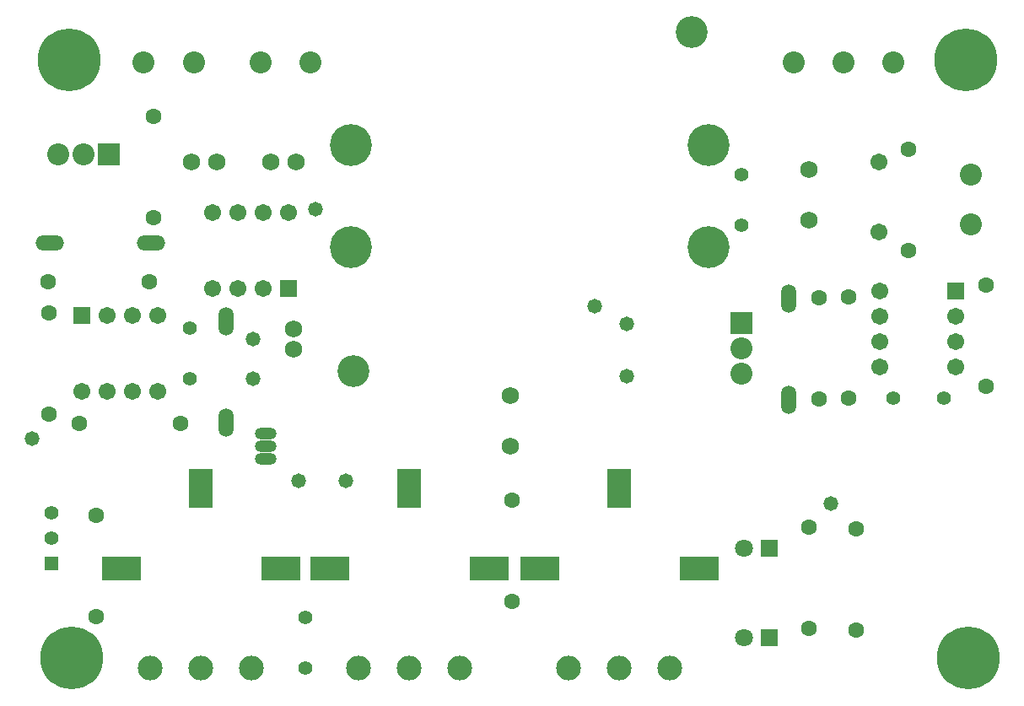
<source format=gts>
G04*
G04 #@! TF.GenerationSoftware,Altium Limited,Altium Designer,18.0.7 (293)*
G04*
G04 Layer_Color=8388736*
%FSLAX43Y43*%
%MOMM*%
G71*
G01*
G75*
%ADD15R,4.013X2.489*%
%ADD16R,2.489X4.013*%
%ADD17R,2.203X2.203*%
%ADD18C,2.203*%
%ADD19O,1.524X2.845*%
%ADD20C,1.727*%
%ADD21C,1.603*%
%ADD22O,2.845X1.524*%
%ADD23C,6.303*%
%ADD24C,1.703*%
%ADD25C,4.203*%
%ADD26O,2.203X1.203*%
%ADD27O,2.203X1.203*%
%ADD28R,2.203X2.203*%
%ADD29C,1.403*%
%ADD30R,1.703X1.703*%
%ADD31R,1.703X1.703*%
%ADD32C,2.489*%
%ADD33R,1.803X1.803*%
%ADD34C,1.803*%
%ADD35R,1.403X1.403*%
%ADD36C,1.473*%
%ADD37C,3.203*%
D15*
X10000Y14000D02*
D03*
X26000D02*
D03*
X46920D02*
D03*
X30920D02*
D03*
X52000D02*
D03*
X68000D02*
D03*
D16*
X18000Y22000D02*
D03*
X38920D02*
D03*
X60000D02*
D03*
D17*
X8750Y55500D02*
D03*
D18*
X6210D02*
D03*
X3670D02*
D03*
X17259Y64750D02*
D03*
X12250D02*
D03*
X29009D02*
D03*
X24000D02*
D03*
X77491Y64778D02*
D03*
X82500D02*
D03*
X87509D02*
D03*
X72250Y36068D02*
D03*
Y33528D02*
D03*
X95250Y53528D02*
D03*
Y48519D02*
D03*
D19*
X20478Y28578D02*
D03*
Y38738D02*
D03*
X77000Y41028D02*
D03*
Y30868D02*
D03*
D20*
X27250Y38016D02*
D03*
Y35984D02*
D03*
X25000Y54750D02*
D03*
X27540D02*
D03*
X79000Y48920D02*
D03*
Y54000D02*
D03*
X17000Y54750D02*
D03*
X19540D02*
D03*
X49000Y31330D02*
D03*
Y26250D02*
D03*
D21*
X13250Y59330D02*
D03*
Y49170D02*
D03*
X89000Y45920D02*
D03*
Y56080D02*
D03*
X15958Y28528D02*
D03*
X5798D02*
D03*
X80000Y30948D02*
D03*
Y41108D02*
D03*
X83000Y31028D02*
D03*
Y41188D02*
D03*
X96750Y42410D02*
D03*
Y32250D02*
D03*
X2750Y29448D02*
D03*
Y39608D02*
D03*
X12830Y42750D02*
D03*
X2670D02*
D03*
X49250Y10670D02*
D03*
Y20830D02*
D03*
X83750Y17910D02*
D03*
Y7750D02*
D03*
X79000Y7920D02*
D03*
Y18080D02*
D03*
X7500Y19330D02*
D03*
Y9170D02*
D03*
D22*
X2800Y46650D02*
D03*
X12960D02*
D03*
D23*
X4750Y65028D02*
D03*
X5000Y5000D02*
D03*
X94750Y65028D02*
D03*
X95000Y5000D02*
D03*
D24*
X86000Y54750D02*
D03*
Y47750D02*
D03*
X86130Y34158D02*
D03*
Y36698D02*
D03*
Y39238D02*
D03*
Y41778D02*
D03*
X93750Y34158D02*
D03*
Y36698D02*
D03*
Y39238D02*
D03*
X24250Y42028D02*
D03*
X21710D02*
D03*
X19170D02*
D03*
X26790Y49648D02*
D03*
X24250D02*
D03*
X21710D02*
D03*
X19170D02*
D03*
X13687Y31718D02*
D03*
X11147D02*
D03*
X8607D02*
D03*
X6067D02*
D03*
X13687Y39338D02*
D03*
X11147D02*
D03*
X8607D02*
D03*
D25*
X33000Y56500D02*
D03*
X68930D02*
D03*
X33000Y46250D02*
D03*
X68930D02*
D03*
D26*
X24500Y25000D02*
D03*
Y26270D02*
D03*
D27*
Y27540D02*
D03*
D28*
X72250Y38608D02*
D03*
D29*
X72250Y48460D02*
D03*
Y53540D02*
D03*
X92540Y31028D02*
D03*
X87460D02*
D03*
X16878Y32988D02*
D03*
Y38068D02*
D03*
X28500Y9040D02*
D03*
Y3960D02*
D03*
X3000Y19540D02*
D03*
Y17000D02*
D03*
D30*
X93750Y41778D02*
D03*
D31*
X26790Y42028D02*
D03*
X6067Y39338D02*
D03*
D32*
X12920Y4000D02*
D03*
X18000D02*
D03*
X23080D02*
D03*
X44000D02*
D03*
X38920D02*
D03*
X33840D02*
D03*
X54920D02*
D03*
X60000D02*
D03*
X65080D02*
D03*
D33*
X75000Y16000D02*
D03*
Y7000D02*
D03*
D34*
X72460Y16000D02*
D03*
Y7000D02*
D03*
D35*
X3000Y14460D02*
D03*
D36*
X32500Y22750D02*
D03*
X27750D02*
D03*
X81250Y20500D02*
D03*
X23250Y33000D02*
D03*
X29500Y50000D02*
D03*
X1000Y27000D02*
D03*
X23250Y37000D02*
D03*
X57500Y40250D02*
D03*
X60750Y38500D02*
D03*
Y33250D02*
D03*
D37*
X33250Y33778D02*
D03*
X67250Y67778D02*
D03*
M02*

</source>
